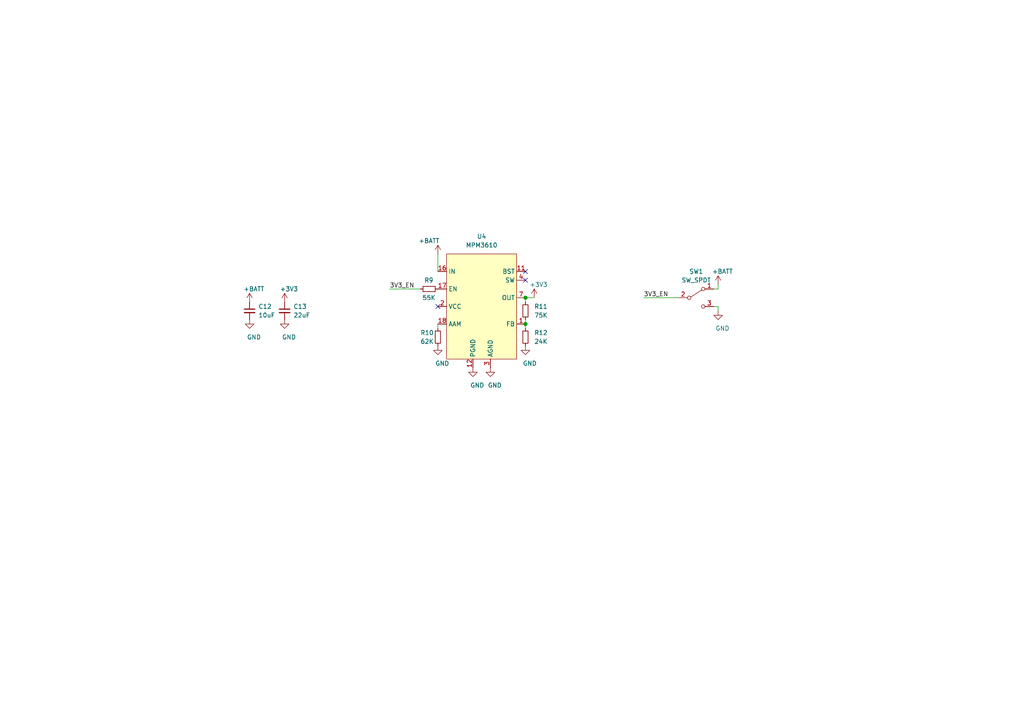
<source format=kicad_sch>
(kicad_sch (version 20210615) (generator eeschema)
  (paper "A4")
  (lib_symbols
    (symbol "Converter_DCDC_U:MPM3610"
      (property "Reference" "U" (at -8.89 13.97 0))
      (property "Value" "MPM3610" (at 6.35 13.97 0))
      (symbol "MPM3610_0_1"
        (rectangle (start -10.16 12.7) (end 10.16 -17.78) (fill (type background)))
      )
      (symbol "MPM3610_1_1"
        (pin input line (at 12.7 -7.62 180) (length 2.54) (name "FB") (number "1"))
        (pin no_connect line (at 10.16 -12.7 180) (length 2.54) hide (name "NC") (number "10"))
        (pin input line (at 12.7 7.62 180) (length 2.54) (name "BST") (number "11"))
        (pin input line (at -2.54 -20.32 90) (length 2.54) (name "PGND") (number "12"))
        (pin input line (at -2.54 -20.32 90) (length 2.54) hide (name "PGND") (number "13"))
        (pin input line (at -2.54 -20.32 90) (length 2.54) hide (name "PGND") (number "14"))
        (pin no_connect line (at 10.16 -10.16 180) (length 2.54) hide (name "NC") (number "15"))
        (pin power_in line (at -12.7 7.62 0) (length 2.54) (name "IN") (number "16"))
        (pin input line (at -12.7 2.54 0) (length 2.54) (name "EN") (number "17"))
        (pin input line (at -12.7 -7.62 0) (length 2.54) (name "AAM") (number "18"))
        (pin power_out line (at -12.7 -2.54 0) (length 2.54) (name "VCC") (number "2"))
        (pin input line (at 2.54 -20.32 90) (length 2.54) (name "AGND") (number "3"))
        (pin output line (at 12.7 5.08 180) (length 2.54) (name "SW") (number "4"))
        (pin output line (at 12.7 5.08 180) (length 2.54) hide (name "SW") (number "5"))
        (pin output line (at 12.7 5.08 180) (length 2.54) hide (name "SW") (number "6"))
        (pin power_out line (at 12.7 0 180) (length 2.54) (name "OUT") (number "7"))
        (pin power_out line (at 12.7 0 180) (length 2.54) hide (name "OUT") (number "8"))
        (pin power_out line (at 12.7 0 180) (length 2.54) hide (name "OUT") (number "9"))
      )
    )
    (symbol "Device:C_Small" (pin_numbers hide) (pin_names (offset 0.254) hide)
      (property "Reference" "C" (at 0.254 1.778 0))
      (property "Value" "C_Small" (at 0.254 -2.032 0))
      (symbol "C_Small_0_1"
        (polyline (pts (xy -1.524 -0.508) (xy 1.524 -0.508)) (stroke (width 0.3302)))
        (polyline (pts (xy -1.524 0.508) (xy 1.524 0.508)) (stroke (width 0.3048)))
      )
      (symbol "C_Small_1_1"
        (pin passive line (at 0 2.54 270) (length 2.032) (name "~") (number "1"))
        (pin passive line (at 0 -2.54 90) (length 2.032) (name "~") (number "2"))
      )
    )
    (symbol "Device:R_Small" (pin_numbers hide) (pin_names (offset 0.254) hide)
      (property "Reference" "R" (at 0.762 0.508 0))
      (property "Value" "R_Small" (at 0.762 -1.016 0))
      (symbol "R_Small_0_1"
        (rectangle (start -0.762 1.778) (end 0.762 -1.778) (stroke (width 0.2032)))
      )
      (symbol "R_Small_1_1"
        (pin passive line (at 0 2.54 270) (length 0.762) (name "~") (number "1"))
        (pin passive line (at 0 -2.54 90) (length 0.762) (name "~") (number "2"))
      )
    )
    (symbol "Switch:SW_SPDT" (pin_names (offset 0) hide)
      (property "Reference" "SW" (at 0 4.318 0))
      (property "Value" "SW_SPDT" (at 0 -5.08 0))
      (symbol "SW_SPDT_0_0"
        (circle (center -2.032 0) (radius 0.508))
        (circle (center 2.032 -2.54) (radius 0.508))
      )
      (symbol "SW_SPDT_0_1"
        (circle (center 2.032 2.54) (radius 0.508))
        (polyline (pts (xy -1.524 0.254) (xy 1.651 2.286)))
      )
      (symbol "SW_SPDT_1_1"
        (pin passive line (at 5.08 2.54 180) (length 2.54) (name "A") (number "1"))
        (pin passive line (at -5.08 0 0) (length 2.54) (name "B") (number "2"))
        (pin passive line (at 5.08 -2.54 180) (length 2.54) (name "C") (number "3"))
      )
    )
    (symbol "power:+3V3" (power) (pin_names (offset 0))
      (property "Value" "+3V3" (at 0 3.556 0))
      (symbol "+3V3_0_1"
        (polyline (pts (xy -0.762 1.27) (xy 0 2.54)))
        (polyline (pts (xy 0 0) (xy 0 2.54)))
        (polyline (pts (xy 0 2.54) (xy 0.762 1.27)))
      )
      (symbol "+3V3_1_1"
        (pin power_in line (at 0 0 90) (length 0) hide (name "+3V3") (number "1"))
      )
    )
    (symbol "power:+BATT" (power) (pin_names (offset 0))
      (property "Value" "+BATT" (at 0 3.556 0))
      (symbol "+BATT_0_1"
        (polyline (pts (xy -0.762 1.27) (xy 0 2.54)))
        (polyline (pts (xy 0 0) (xy 0 2.54)))
        (polyline (pts (xy 0 2.54) (xy 0.762 1.27)))
      )
      (symbol "+BATT_1_1"
        (pin power_in line (at 0 0 90) (length 0) hide (name "+BATT") (number "1"))
      )
    )
    (symbol "power:GND" (power) (pin_names (offset 0))
      (property "Value" "GND" (at 0 -3.81 0))
      (symbol "GND_0_1"
        (polyline (pts (xy 0 0) (xy 0 -1.27) (xy 1.27 -1.27) (xy 0 -2.54) (xy -1.27 -1.27) (xy 0 -1.27)))
      )
      (symbol "GND_1_1"
        (pin power_in line (at 0 0 270) (length 0) hide (name "GND") (number "1"))
      )
    )
  )
  (junction (at 152.4 86.36) (diameter 1.016))
  (junction (at 152.4 93.98) (diameter 1.016))
  (no_connect (at 127 88.9))
  (no_connect (at 152.4 78.74))
  (no_connect (at 152.4 81.28))
  (wire (pts (xy 113.03 83.82) (xy 121.92 83.82)))
  (wire (pts (xy 127 73.66) (xy 127 78.74)))
  (wire (pts (xy 127 93.98) (xy 127 95.25)))
  (wire (pts (xy 152.4 86.36) (xy 152.4 87.63)))
  (wire (pts (xy 152.4 86.36) (xy 154.94 86.36)))
  (wire (pts (xy 152.4 92.71) (xy 152.4 93.98)))
  (wire (pts (xy 152.4 93.98) (xy 152.4 95.25)))
  (wire (pts (xy 186.69 86.36) (xy 196.85 86.36)))
  (wire (pts (xy 207.01 83.82) (xy 208.28 83.82)))
  (wire (pts (xy 207.01 88.9) (xy 208.28 88.9)))
  (wire (pts (xy 208.28 83.82) (xy 208.28 82.55)))
  (wire (pts (xy 208.28 88.9) (xy 208.28 90.17)))
  (label "3V3_EN" (at 113.03 83.82 0))
  (label "3V3_EN" (at 186.69 86.36 0))
  (symbol (lib_id "power:+BATT") (at 72.39 87.63 0) (unit 1)
    (property "Reference" "#PWR0161" (effects hide))
    (property "Value" "+BATT" (at 73.66 83.82 0))
  )
  (symbol (lib_id "power:+3V3") (at 82.55 87.63 0) (unit 1)
    (property "Reference" "#PWR0162" (effects hide))
    (property "Value" "+3V3" (at 83.82 83.82 0))
  )
  (symbol (lib_id "power:+BATT") (at 127 73.66 0) (unit 1)
    (property "Reference" "#PWR0167" (effects hide))
    (property "Value" "+BATT" (at 124.46 69.85 0))
  )
  (symbol (lib_id "power:+3V3") (at 154.94 86.36 0) (unit 1)
    (property "Reference" "#PWR0166" (effects hide))
    (property "Value" "+3V3" (at 156.21 82.55 0))
  )
  (symbol (lib_id "power:+BATT") (at 208.28 82.55 0) (unit 1)
    (property "Reference" "#PWR0164" (effects hide))
    (property "Value" "+BATT" (at 209.55 78.74 0))
  )
  (symbol (lib_id "power:GND") (at 72.39 92.71 0) (unit 1)
    (property "Reference" "#PWR0160" (effects hide))
    (property "Value" "GND" (at 73.66 97.79 0))
  )
  (symbol (lib_id "power:GND") (at 82.55 92.71 0) (unit 1)
    (property "Reference" "#PWR0163" (effects hide))
    (property "Value" "GND" (at 83.82 97.79 0))
  )
  (symbol (lib_id "power:GND") (at 127 100.33 0) (unit 1)
    (property "Reference" "#PWR0157" (effects hide))
    (property "Value" "GND" (at 128.27 105.41 0))
  )
  (symbol (lib_id "power:GND") (at 137.16 106.68 0) (unit 1)
    (property "Reference" "#PWR0159" (effects hide))
    (property "Value" "GND" (at 138.43 111.76 0))
  )
  (symbol (lib_id "power:GND") (at 142.24 106.68 0) (unit 1)
    (property "Reference" "#PWR0158" (effects hide))
    (property "Value" "GND" (at 143.51 111.76 0))
  )
  (symbol (lib_id "power:GND") (at 152.4 100.33 0) (unit 1)
    (property "Reference" "#PWR0168" (effects hide))
    (property "Value" "GND" (at 153.67 105.41 0))
  )
  (symbol (lib_id "power:GND") (at 208.28 90.17 0) (unit 1)
    (property "Reference" "#PWR0165" (effects hide))
    (property "Value" "GND" (at 209.55 95.25 0))
  )
  (symbol (lib_id "Device:R_Small") (at 124.46 83.82 90) (unit 1)
    (property "Reference" "R9" (at 125.73 81.28 90) (effects (justify left)))
    (property "Value" "55K" (at 126.365 86.36 90) (effects (justify left)))
    (property "Footprint" "Resistor_SMD:R_0402_1005Metric" (effects hide))
  )
  (symbol (lib_id "Device:R_Small") (at 127 97.79 0) (unit 1)
    (property "Reference" "R10" (at 121.92 96.52 0) (effects (justify left)))
    (property "Value" "62K" (at 121.92 99.06 0) (effects (justify left)))
    (property "Footprint" "Resistor_SMD:R_0402_1005Metric" (effects hide))
  )
  (symbol (lib_id "Device:R_Small") (at 152.4 90.17 0) (unit 1)
    (property "Reference" "R11" (at 154.94 88.9 0) (effects (justify left)))
    (property "Value" "75K" (at 154.94 91.44 0) (effects (justify left)))
    (property "Footprint" "Resistor_SMD:R_0402_1005Metric" (effects hide))
  )
  (symbol (lib_id "Device:R_Small") (at 152.4 97.79 0) (unit 1)
    (property "Reference" "R12" (at 154.94 96.52 0) (effects (justify left)))
    (property "Value" "24K" (at 154.94 99.06 0) (effects (justify left)))
    (property "Footprint" "Resistor_SMD:R_0402_1005Metric" (effects hide))
  )
  (symbol (lib_id "Device:C_Small") (at 72.39 90.17 0) (unit 1)
    (property "Reference" "C12" (at 74.93 88.9 0) (effects (justify left)))
    (property "Value" "10uF" (at 74.93 91.44 0) (effects (justify left)))
    (property "Footprint" "Capacitor_SMD:C_0603_1608Metric" (effects hide))
  )
  (symbol (lib_id "Device:C_Small") (at 82.55 90.17 0) (unit 1)
    (property "Reference" "C13" (at 85.09 88.9 0) (effects (justify left)))
    (property "Value" "22uF" (at 85.09 91.44 0) (effects (justify left)))
    (property "Footprint" "Capacitor_SMD:C_0603_1608Metric" (effects hide))
  )
  (symbol (lib_id "Switch:SW_SPDT") (at 201.93 86.36 0) (unit 1)
    (property "Reference" "SW1" (at 201.93 78.74 0))
    (property "Value" "SW_SPDT" (at 201.93 81.28 0))
    (property "Footprint" "Button_Switch_SMD:SW_SPDT_PCM12" (effects hide))
  )
  (symbol (lib_id "Converter_DCDC_U:MPM3610") (at 139.7 86.36 0) (unit 1)
    (property "Reference" "U4" (at 139.7 68.58 0))
    (property "Value" "MPM3610" (at 139.7 71.12 0))
    (property "Footprint" "Package_DFN_QFN_U:MPM3610_QFN-20_5x3mm" (effects hide))
    (property "Datasheet" "https://www.monolithicpower.com/en/documentview/productdocument/index/version/2/document_type/Datasheet/lang/en/sku/MPM3610GQV/document_id/2090/" (effects hide))
  )
)
</source>
